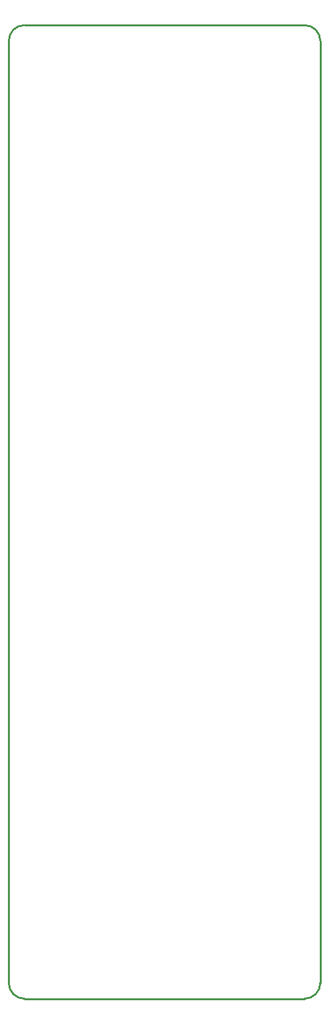
<source format=gko>
G04*
G04 #@! TF.GenerationSoftware,Altium Limited,Altium Designer,19.1.9 (167)*
G04*
G04 Layer_Color=13395711*
%FSLAX44Y44*%
%MOMM*%
G71*
G01*
G75*
%ADD12C,0.2500*%
D12*
X400000Y1230000D02*
G03*
X380000Y1250000I-20000J0D01*
G01*
Y0D02*
G03*
X400000Y20000I-0J20000D01*
G01*
X0D02*
G03*
X20000Y0I20000J0D01*
G01*
X20000Y1250000D02*
G03*
X0Y1230000I0J-20000D01*
G01*
X400000Y20000D02*
Y1230000D01*
X20000Y1250000D02*
X380000D01*
X0Y20000D02*
Y1230000D01*
X20000Y0D02*
X380000D01*
M02*

</source>
